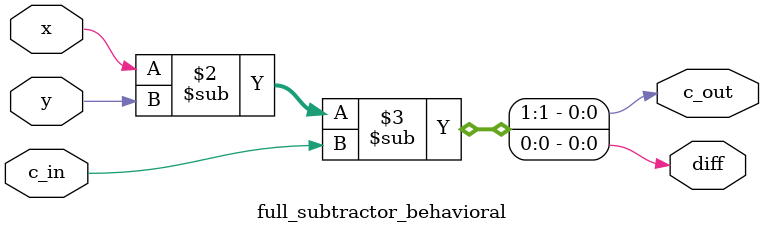
<source format=v>
`timescale 1ns / 1ps

module full_subtractor_behavioral(x, y, c_in, diff, c_out);
// I/O port declarations
input x, y, c_in;
output diff, c_out;
reg diff, c_out; // need to be declared as reg types
// specify the function of a full adder
always @(x, y, c_in)
{c_out, diff} = x - y - c_in;
endmodule
</source>
